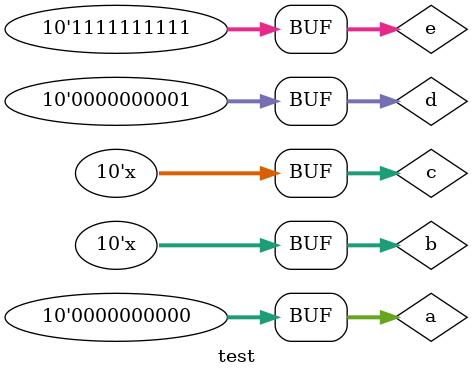
<source format=sv>

module test #(parameter size=10);
  logic [size-1:0]a,b,c,d,e;
  
  initial
  begin
    a='b0;
    b='bx;
    c='bz;
    d='b1;
    e='1;
  end
  
  initial 
  $monitor("a=%b | b=%b | c=%b | d=%b | e=%b ",a,b,c,d,e);  
endmodule
</source>
